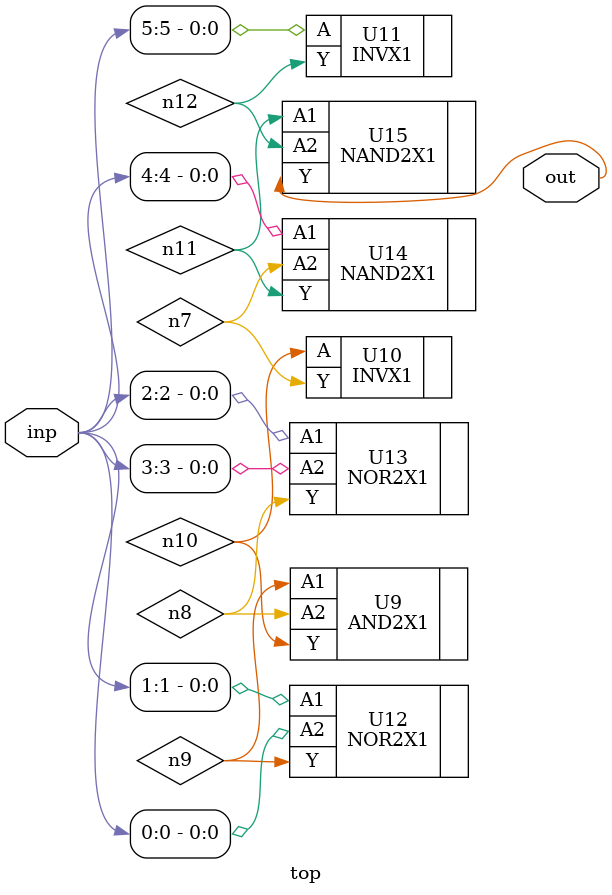
<source format=sv>


module top ( inp, out );
  input [5:0] inp;
  output out;
  wire   n7, n8, n9, n10, n11, n12;

  AND2X1 U9 ( .A1(n9), .A2(n8), .Y(n10) );
  INVX1 U10 ( .A(n10), .Y(n7) );
  INVX1 U11 ( .A(inp[5]), .Y(n12) );
  NOR2X1 U12 ( .A1(inp[1]), .A2(inp[0]), .Y(n9) );
  NOR2X1 U13 ( .A1(inp[2]), .A2(inp[3]), .Y(n8) );
  NAND2X1 U14 ( .A1(inp[4]), .A2(n7), .Y(n11) );
  NAND2X1 U15 ( .A1(n11), .A2(n12), .Y(out) );
endmodule


</source>
